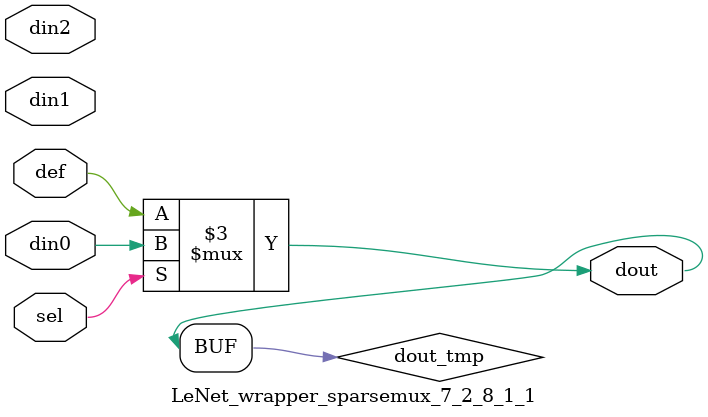
<source format=v>
`timescale 1ns / 1ps

module LeNet_wrapper_sparsemux_7_2_8_1_1 (din0,din1,din2,def,sel,dout);

parameter din0_WIDTH = 1;

parameter din1_WIDTH = 1;

parameter din2_WIDTH = 1;

parameter def_WIDTH = 1;
parameter sel_WIDTH = 1;
parameter dout_WIDTH = 1;

parameter [sel_WIDTH-1:0] CASE0 = 1;

parameter [sel_WIDTH-1:0] CASE1 = 1;

parameter [sel_WIDTH-1:0] CASE2 = 1;

parameter ID = 1;
parameter NUM_STAGE = 1;



input [din0_WIDTH-1:0] din0;

input [din1_WIDTH-1:0] din1;

input [din2_WIDTH-1:0] din2;

input [def_WIDTH-1:0] def;
input [sel_WIDTH-1:0] sel;

output [dout_WIDTH-1:0] dout;



reg [dout_WIDTH-1:0] dout_tmp;

always @ (*) begin
case (sel)
    
    CASE0 : dout_tmp = din0;
    
    CASE1 : dout_tmp = din1;
    
    CASE2 : dout_tmp = din2;
    
    default : dout_tmp = def;
endcase
end


assign dout = dout_tmp;



endmodule

</source>
